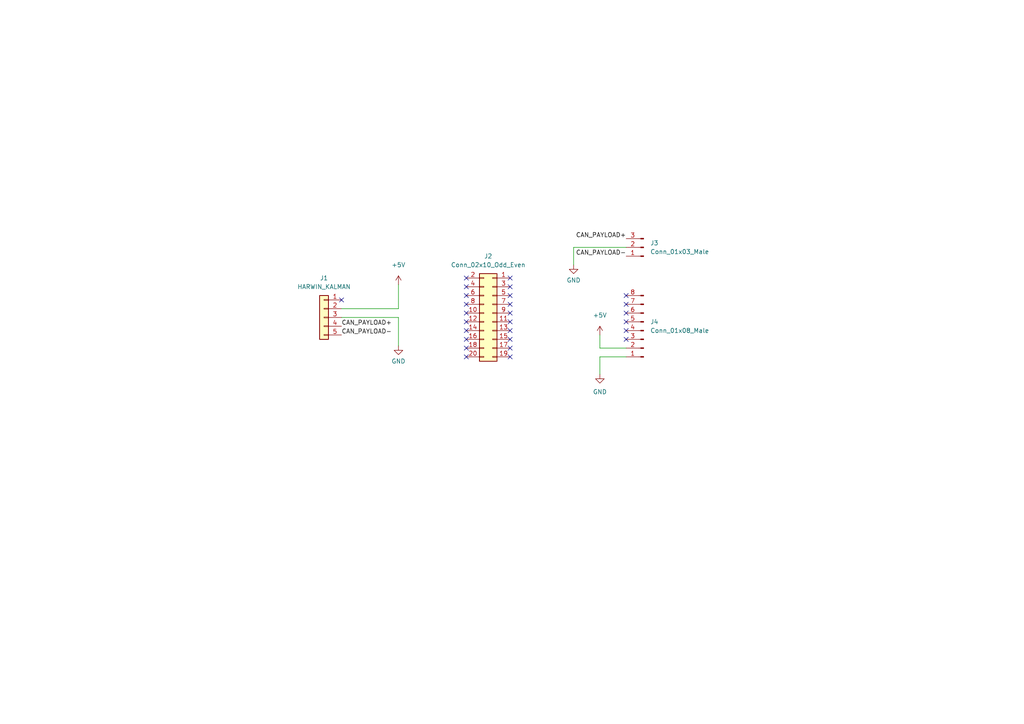
<source format=kicad_sch>
(kicad_sch (version 20211123) (generator eeschema)
  (paper "A4")
  (lib_symbols
    (symbol "Connector:Conn_01x03_Male" (pin_names (offset 1.016) hide)
      (property "Reference" "J" (at 0 5.08 0))
      (property "Value" "Conn_01x03_Male" (at 0 -5.08 0))
      (symbol "Conn_01x03_Male_1_1"
        (polyline (pts (xy 1.27 -2.54) (xy 0.8636 -2.54)) (stroke (width 0.1524)))
        (polyline (pts (xy 1.27 0) (xy 0.8636 0)) (stroke (width 0.1524)))
        (polyline (pts (xy 1.27 2.54) (xy 0.8636 2.54)) (stroke (width 0.1524)))
        (rectangle (start 0.8636 -2.413) (end 0 -2.667) (stroke (width 0.1524)) (fill (type outline)))
        (rectangle (start 0.8636 0.127) (end 0 -0.127) (stroke (width 0.1524)) (fill (type outline)))
        (rectangle (start 0.8636 2.667) (end 0 2.413) (stroke (width 0.1524)) (fill (type outline)))
        (pin passive line (at 5.08 2.54 180) (length 3.81) (name "Pin_1") (number "1"))
        (pin passive line (at 5.08 0 180) (length 3.81) (name "Pin_2") (number "2"))
        (pin passive line (at 5.08 -2.54 180) (length 3.81) (name "Pin_3") (number "3"))
      )
    )
    (symbol "Connector:Conn_01x08_Male" (pin_names (offset 1.016) hide)
      (property "Reference" "J" (at 0 10.16 0))
      (property "Value" "Conn_01x08_Male" (at 0 -12.7 0))
      (symbol "Conn_01x08_Male_1_1"
        (polyline (pts (xy 1.27 -10.16) (xy 0.8636 -10.16)) (stroke (width 0.1524)))
        (polyline (pts (xy 1.27 -7.62) (xy 0.8636 -7.62)) (stroke (width 0.1524)))
        (polyline (pts (xy 1.27 -5.08) (xy 0.8636 -5.08)) (stroke (width 0.1524)))
        (polyline (pts (xy 1.27 -2.54) (xy 0.8636 -2.54)) (stroke (width 0.1524)))
        (polyline (pts (xy 1.27 0) (xy 0.8636 0)) (stroke (width 0.1524)))
        (polyline (pts (xy 1.27 2.54) (xy 0.8636 2.54)) (stroke (width 0.1524)))
        (polyline (pts (xy 1.27 5.08) (xy 0.8636 5.08)) (stroke (width 0.1524)))
        (polyline (pts (xy 1.27 7.62) (xy 0.8636 7.62)) (stroke (width 0.1524)))
        (rectangle (start 0.8636 -10.033) (end 0 -10.287) (stroke (width 0.1524)) (fill (type outline)))
        (rectangle (start 0.8636 -7.493) (end 0 -7.747) (stroke (width 0.1524)) (fill (type outline)))
        (rectangle (start 0.8636 -4.953) (end 0 -5.207) (stroke (width 0.1524)) (fill (type outline)))
        (rectangle (start 0.8636 -2.413) (end 0 -2.667) (stroke (width 0.1524)) (fill (type outline)))
        (rectangle (start 0.8636 0.127) (end 0 -0.127) (stroke (width 0.1524)) (fill (type outline)))
        (rectangle (start 0.8636 2.667) (end 0 2.413) (stroke (width 0.1524)) (fill (type outline)))
        (rectangle (start 0.8636 5.207) (end 0 4.953) (stroke (width 0.1524)) (fill (type outline)))
        (rectangle (start 0.8636 7.747) (end 0 7.493) (stroke (width 0.1524)) (fill (type outline)))
        (pin passive line (at 5.08 7.62 180) (length 3.81) (name "Pin_1") (number "1"))
        (pin passive line (at 5.08 5.08 180) (length 3.81) (name "Pin_2") (number "2"))
        (pin passive line (at 5.08 2.54 180) (length 3.81) (name "Pin_3") (number "3"))
        (pin passive line (at 5.08 0 180) (length 3.81) (name "Pin_4") (number "4"))
        (pin passive line (at 5.08 -2.54 180) (length 3.81) (name "Pin_5") (number "5"))
        (pin passive line (at 5.08 -5.08 180) (length 3.81) (name "Pin_6") (number "6"))
        (pin passive line (at 5.08 -7.62 180) (length 3.81) (name "Pin_7") (number "7"))
        (pin passive line (at 5.08 -10.16 180) (length 3.81) (name "Pin_8") (number "8"))
      )
    )
    (symbol "Connector_Generic:Conn_01x05" (pin_names (offset 1.016) hide)
      (property "Reference" "J" (at 0 7.62 0))
      (property "Value" "Conn_01x05" (at 0 -7.62 0))
      (symbol "Conn_01x05_1_1"
        (rectangle (start -1.27 -4.953) (end 0 -5.207) (stroke (width 0.1524)))
        (rectangle (start -1.27 -2.413) (end 0 -2.667) (stroke (width 0.1524)))
        (rectangle (start -1.27 0.127) (end 0 -0.127) (stroke (width 0.1524)))
        (rectangle (start -1.27 2.667) (end 0 2.413) (stroke (width 0.1524)))
        (rectangle (start -1.27 5.207) (end 0 4.953) (stroke (width 0.1524)))
        (rectangle (start -1.27 6.35) (end 1.27 -6.35) (stroke (width 0.254)) (fill (type background)))
        (pin passive line (at -5.08 5.08 0) (length 3.81) (name "Pin_1") (number "1"))
        (pin passive line (at -5.08 2.54 0) (length 3.81) (name "Pin_2") (number "2"))
        (pin passive line (at -5.08 0 0) (length 3.81) (name "Pin_3") (number "3"))
        (pin passive line (at -5.08 -2.54 0) (length 3.81) (name "Pin_4") (number "4"))
        (pin passive line (at -5.08 -5.08 0) (length 3.81) (name "Pin_5") (number "5"))
      )
    )
    (symbol "Connector_Generic:Conn_02x10_Odd_Even" (pin_names (offset 1.016) hide)
      (property "Reference" "J" (at 1.27 12.7 0))
      (property "Value" "Conn_02x10_Odd_Even" (at 1.27 -15.24 0))
      (symbol "Conn_02x10_Odd_Even_1_1"
        (rectangle (start -1.27 -12.573) (end 0 -12.827) (stroke (width 0.1524)))
        (rectangle (start -1.27 -10.033) (end 0 -10.287) (stroke (width 0.1524)))
        (rectangle (start -1.27 -7.493) (end 0 -7.747) (stroke (width 0.1524)))
        (rectangle (start -1.27 -4.953) (end 0 -5.207) (stroke (width 0.1524)))
        (rectangle (start -1.27 -2.413) (end 0 -2.667) (stroke (width 0.1524)))
        (rectangle (start -1.27 0.127) (end 0 -0.127) (stroke (width 0.1524)))
        (rectangle (start -1.27 2.667) (end 0 2.413) (stroke (width 0.1524)))
        (rectangle (start -1.27 5.207) (end 0 4.953) (stroke (width 0.1524)))
        (rectangle (start -1.27 7.747) (end 0 7.493) (stroke (width 0.1524)))
        (rectangle (start -1.27 10.287) (end 0 10.033) (stroke (width 0.1524)))
        (rectangle (start -1.27 11.43) (end 3.81 -13.97) (stroke (width 0.254)) (fill (type background)))
        (rectangle (start 3.81 -12.573) (end 2.54 -12.827) (stroke (width 0.1524)))
        (rectangle (start 3.81 -10.033) (end 2.54 -10.287) (stroke (width 0.1524)))
        (rectangle (start 3.81 -7.493) (end 2.54 -7.747) (stroke (width 0.1524)))
        (rectangle (start 3.81 -4.953) (end 2.54 -5.207) (stroke (width 0.1524)))
        (rectangle (start 3.81 -2.413) (end 2.54 -2.667) (stroke (width 0.1524)))
        (rectangle (start 3.81 0.127) (end 2.54 -0.127) (stroke (width 0.1524)))
        (rectangle (start 3.81 2.667) (end 2.54 2.413) (stroke (width 0.1524)))
        (rectangle (start 3.81 5.207) (end 2.54 4.953) (stroke (width 0.1524)))
        (rectangle (start 3.81 7.747) (end 2.54 7.493) (stroke (width 0.1524)))
        (rectangle (start 3.81 10.287) (end 2.54 10.033) (stroke (width 0.1524)))
        (pin passive line (at -5.08 10.16 0) (length 3.81) (name "Pin_1") (number "1"))
        (pin passive line (at 7.62 0 180) (length 3.81) (name "Pin_10") (number "10"))
        (pin passive line (at -5.08 -2.54 0) (length 3.81) (name "Pin_11") (number "11"))
        (pin passive line (at 7.62 -2.54 180) (length 3.81) (name "Pin_12") (number "12"))
        (pin passive line (at -5.08 -5.08 0) (length 3.81) (name "Pin_13") (number "13"))
        (pin passive line (at 7.62 -5.08 180) (length 3.81) (name "Pin_14") (number "14"))
        (pin passive line (at -5.08 -7.62 0) (length 3.81) (name "Pin_15") (number "15"))
        (pin passive line (at 7.62 -7.62 180) (length 3.81) (name "Pin_16") (number "16"))
        (pin passive line (at -5.08 -10.16 0) (length 3.81) (name "Pin_17") (number "17"))
        (pin passive line (at 7.62 -10.16 180) (length 3.81) (name "Pin_18") (number "18"))
        (pin passive line (at -5.08 -12.7 0) (length 3.81) (name "Pin_19") (number "19"))
        (pin passive line (at 7.62 10.16 180) (length 3.81) (name "Pin_2") (number "2"))
        (pin passive line (at 7.62 -12.7 180) (length 3.81) (name "Pin_20") (number "20"))
        (pin passive line (at -5.08 7.62 0) (length 3.81) (name "Pin_3") (number "3"))
        (pin passive line (at 7.62 7.62 180) (length 3.81) (name "Pin_4") (number "4"))
        (pin passive line (at -5.08 5.08 0) (length 3.81) (name "Pin_5") (number "5"))
        (pin passive line (at 7.62 5.08 180) (length 3.81) (name "Pin_6") (number "6"))
        (pin passive line (at -5.08 2.54 0) (length 3.81) (name "Pin_7") (number "7"))
        (pin passive line (at 7.62 2.54 180) (length 3.81) (name "Pin_8") (number "8"))
        (pin passive line (at -5.08 0 0) (length 3.81) (name "Pin_9") (number "9"))
      )
    )
    (symbol "power:+5V" (power) (pin_names (offset 0))
      (property "Value" "+5V" (at 0 3.556 0))
      (symbol "+5V_0_1"
        (polyline (pts (xy -0.762 1.27) (xy 0 2.54)))
        (polyline (pts (xy 0 0) (xy 0 2.54)))
        (polyline (pts (xy 0 2.54) (xy 0.762 1.27)))
      )
      (symbol "+5V_1_1"
        (pin power_in line (at 0 0 90) (length 0) hide (name "+5V") (number "1"))
      )
    )
    (symbol "power:GND" (power) (pin_names (offset 0))
      (property "Value" "GND" (at 0 -3.81 0))
      (symbol "GND_0_1"
        (polyline (pts (xy 0 0) (xy 0 -1.27) (xy 1.27 -1.27) (xy 0 -2.54) (xy -1.27 -1.27) (xy 0 -1.27)))
      )
      (symbol "GND_1_1"
        (pin power_in line (at 0 0 270) (length 0) hide (name "GND") (number "1"))
      )
    )
  )
  (no_connect (at 99.06 86.995))
  (no_connect (at 181.61 85.725))
  (no_connect (at 135.255 85.725))
  (no_connect (at 135.255 83.185))
  (no_connect (at 135.255 90.805))
  (no_connect (at 147.955 88.265))
  (no_connect (at 147.955 85.725))
  (no_connect (at 135.255 88.265))
  (no_connect (at 135.255 98.425))
  (no_connect (at 135.255 93.345))
  (no_connect (at 135.255 95.885))
  (no_connect (at 135.255 103.505))
  (no_connect (at 135.255 100.965))
  (no_connect (at 147.955 100.965))
  (no_connect (at 147.955 98.425))
  (no_connect (at 147.955 95.885))
  (no_connect (at 147.955 103.505))
  (no_connect (at 147.955 93.345))
  (no_connect (at 147.955 83.185))
  (no_connect (at 147.955 80.645))
  (no_connect (at 135.255 80.645))
  (no_connect (at 147.955 90.805))
  (no_connect (at 181.61 93.345))
  (no_connect (at 181.61 95.885))
  (no_connect (at 181.61 98.425))
  (no_connect (at 181.61 88.265))
  (no_connect (at 181.61 90.805))
  (wire (pts (xy 173.99 103.505) (xy 173.99 108.585)))
  (wire (pts (xy 173.99 97.155) (xy 173.99 100.965)))
  (wire (pts (xy 166.37 71.755) (xy 166.37 76.835)))
  (wire (pts (xy 115.57 92.075) (xy 115.57 100.33)))
  (wire (pts (xy 181.61 71.755) (xy 166.37 71.755)))
  (wire (pts (xy 99.06 92.075) (xy 115.57 92.075)))
  (wire (pts (xy 181.61 103.505) (xy 173.99 103.505)))
  (wire (pts (xy 181.61 100.965) (xy 173.99 100.965)))
  (wire (pts (xy 99.06 89.535) (xy 115.57 89.535)))
  (wire (pts (xy 115.57 89.535) (xy 115.57 82.55)))
  (label "CAN_PAYLOAD-" (at 181.61 74.295 180))
  (label "CAN_PAYLOAD+" (at 181.61 69.215 180))
  (label "CAN_PAYLOAD+" (at 99.06 94.615 0))
  (label "CAN_PAYLOAD-" (at 99.06 97.155 0))
  (symbol (lib_id "power:GND") (at 173.99 108.585 0) (unit 1)
    (property "Reference" "#PWR0102" (effects hide))
    (property "Value" "GND" (at 173.99 113.665 0))
  )
  (symbol (lib_id "power:+5V") (at 115.57 82.55 0) (unit 1)
    (property "Reference" "#PWR0103" (effects hide))
    (property "Value" "+5V" (at 115.57 76.835 0))
  )
  (symbol (lib_id "Connector_Generic:Conn_01x05") (at 93.98 92.075 0) (mirror y) (unit 1)
    (property "Reference" "J1" (at 93.98 80.645 0))
    (property "Value" "HARWIN_KALMAN" (at 93.98 83.185 0))
    (property "Footprint" "Dev_Board_Adpater:connector_Harwin_M80-5000642" (effects hide))
  )
  (symbol (lib_id "Connector:Conn_01x03_Male") (at 186.69 71.755 180) (unit 1)
    (property "Reference" "J3" (at 188.595 70.4849 0) (effects (justify right)))
    (property "Value" "Conn_01x03_Male" (at 188.595 73.0249 0) (effects (justify right)))
    (property "Footprint" "Connector_PinHeader_2.54mm:PinHeader_1x03_P2.54mm_Vertical" (effects hide))
  )
  (symbol (lib_id "power:GND") (at 115.57 100.33 0) (unit 1)
    (property "Reference" "#PWR0104" (effects hide))
    (property "Value" "GND" (at 115.57 104.775 0))
  )
  (symbol (lib_id "power:+5V") (at 173.99 97.155 0) (unit 1)
    (property "Reference" "#PWR0101" (effects hide))
    (property "Value" "+5V" (at 173.99 91.44 0))
  )
  (symbol (lib_id "Connector_Generic:Conn_02x10_Odd_Even") (at 142.875 90.805 0) (mirror y) (unit 1)
    (property "Reference" "J2" (at 141.605 74.295 0))
    (property "Value" "Conn_02x10_Odd_Even" (at 141.605 76.835 0))
    (property "Footprint" "Connector_PinHeader_2.54mm:PinHeader_2x10_P2.54mm_Vertical" (effects hide))
  )
  (symbol (lib_id "power:GND") (at 166.37 76.835 0) (unit 1)
    (property "Reference" "#PWR0105" (effects hide))
    (property "Value" "GND" (at 166.37 81.28 0))
  )
  (symbol (lib_id "Connector:Conn_01x08_Male") (at 186.69 95.885 180) (unit 1)
    (property "Reference" "J4" (at 188.595 93.3449 0) (effects (justify right)))
    (property "Value" "Conn_01x08_Male" (at 188.595 95.8849 0) (effects (justify right)))
    (property "Footprint" "Connector_PinHeader_2.54mm:PinHeader_1x08_P2.54mm_Vertical" (effects hide))
  )
)
</source>
